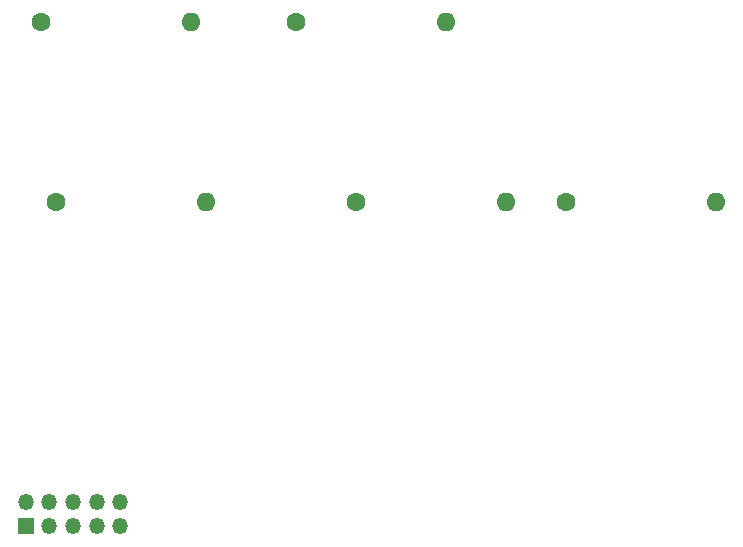
<source format=gbr>
%TF.GenerationSoftware,KiCad,Pcbnew,(7.0.0)*%
%TF.CreationDate,2023-03-23T16:19:59+01:00*%
%TF.ProjectId,PCH-1000JIG,5043482d-3130-4303-904a-49472e6b6963,rev?*%
%TF.SameCoordinates,Original*%
%TF.FileFunction,Soldermask,Bot*%
%TF.FilePolarity,Negative*%
%FSLAX46Y46*%
G04 Gerber Fmt 4.6, Leading zero omitted, Abs format (unit mm)*
G04 Created by KiCad (PCBNEW (7.0.0)) date 2023-03-23 16:19:59*
%MOMM*%
%LPD*%
G01*
G04 APERTURE LIST*
%ADD10C,1.600000*%
%ADD11O,1.600000X1.600000*%
%ADD12R,1.350000X1.350000*%
%ADD13O,1.350000X1.350000*%
G04 APERTURE END LIST*
D10*
%TO.C,330 Ohms*%
X20320000Y-38100000D03*
D11*
X33019999Y-38099999D03*
%TD*%
D12*
%TO.C,Pin Header*%
X17779999Y-65499999D03*
D13*
X17779999Y-63499999D03*
X19779999Y-65499999D03*
X19779999Y-63499999D03*
X21779999Y-65499999D03*
X21779999Y-63499999D03*
X23779999Y-65499999D03*
X23779999Y-63499999D03*
X25779999Y-65499999D03*
X25779999Y-63499999D03*
%TD*%
D10*
%TO.C,1k Ohms*%
X19050000Y-22860000D03*
D11*
X31749999Y-22859999D03*
%TD*%
D10*
%TO.C,330 Ohms*%
X45720000Y-38100000D03*
D11*
X58419999Y-38099999D03*
%TD*%
D10*
%TO.C,1k Ohms*%
X40640000Y-22860000D03*
D11*
X53339999Y-22859999D03*
%TD*%
D10*
%TO.C,150 Ohms*%
X63500000Y-38100000D03*
D11*
X76199999Y-38099999D03*
%TD*%
M02*

</source>
